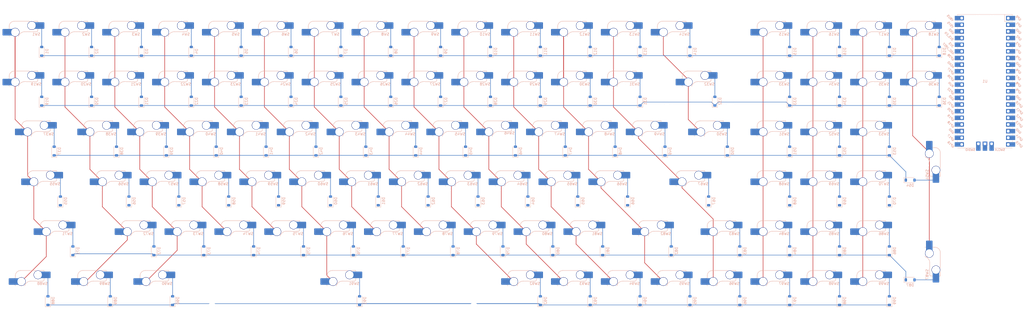
<source format=kicad_pcb>
(kicad_pcb (version 20240108) (generator "pcbnew") (generator_version "8.0")
  (layers (0 "F.Cu" signal) (31 "B.Cu" signal) (34 "B.Paste" user) (35 "F.Paste" user) (36 "B.SilkS" user "B.Silkscreen") (37 "F.SilkS" user "F.Silkscreen") (38 "B.Mask" user) (39 "F.Mask" user) (44 "Edge.Cuts" user))
  (net 0 "")
  (net 1 "Net-(D1-A)")
  (net 2 "R0")
  (net 3 "Net-(D2-A)")
  (net 4 "Net-(D3-A)")
  (net 5 "Net-(D4-A)")
  (net 6 "Net-(D5-A)")
  (net 7 "Net-(D6-A)")
  (net 8 "Net-(D7-A)")
  (net 9 "Net-(D8-A)")
  (net 10 "Net-(D9-A)")
  (net 11 "Net-(D10-A)")
  (net 12 "Net-(D11-A)")
  (net 13 "Net-(D12-A)")
  (net 14 "Net-(D13-A)")
  (net 15 "Net-(D14-A)")
  (net 16 "Net-(D15-A)")
  (net 17 "Net-(D16-A)")
  (net 18 "Net-(D17-A)")
  (net 19 "Net-(D18-A)")
  (net 20 "Net-(D19-A)")
  (net 21 "R1")
  (net 22 "Net-(D20-A)")
  (net 23 "Net-(D21-A)")
  (net 24 "Net-(D22-A)")
  (net 25 "Net-(D23-A)")
  (net 26 "Net-(D24-A)")
  (net 27 "Net-(D25-A)")
  (net 28 "Net-(D26-A)")
  (net 29 "Net-(D27-A)")
  (net 30 "Net-(D28-A)")
  (net 31 "Net-(D29-A)")
  (net 32 "Net-(D30-A)")
  (net 33 "Net-(D31-A)")
  (net 34 "Net-(D32-A)")
  (net 35 "Net-(D33-A)")
  (net 36 "Net-(D34-A)")
  (net 37 "Net-(D35-A)")
  (net 38 "Net-(D36-A)")
  (net 39 "Net-(D37-A)")
  (net 40 "R2")
  (net 41 "Net-(D38-A)")
  (net 42 "Net-(D39-A)")
  (net 43 "Net-(D40-A)")
  (net 44 "Net-(D41-A)")
  (net 45 "Net-(D42-A)")
  (net 46 "Net-(D43-A)")
  (net 47 "Net-(D44-A)")
  (net 48 "Net-(D45-A)")
  (net 49 "Net-(D46-A)")
  (net 50 "Net-(D47-A)")
  (net 51 "Net-(D48-A)")
  (net 52 "Net-(D49-A)")
  (net 53 "Net-(D50-A)")
  (net 54 "Net-(D51-A)")
  (net 55 "Net-(D52-A)")
  (net 56 "Net-(D53-A)")
  (net 57 "Net-(D54-A)")
  (net 58 "Net-(D55-A)")
  (net 59 "R3")
  (net 60 "Net-(D56-A)")
  (net 61 "Net-(D57-A)")
  (net 62 "Net-(D58-A)")
  (net 63 "Net-(D59-A)")
  (net 64 "Net-(D60-A)")
  (net 65 "Net-(D61-A)")
  (net 66 "Net-(D62-A)")
  (net 67 "Net-(D63-A)")
  (net 68 "Net-(D64-A)")
  (net 69 "Net-(D65-A)")
  (net 70 "Net-(D66-A)")
  (net 71 "Net-(D67-A)")
  (net 72 "Net-(D68-A)")
  (net 73 "Net-(D69-A)")
  (net 74 "Net-(D70-A)")
  (net 75 "Net-(D71-A)")
  (net 76 "R4")
  (net 77 "Net-(D72-A)")
  (net 78 "Net-(D73-A)")
  (net 79 "Net-(D74-A)")
  (net 80 "Net-(D75-A)")
  (net 81 "Net-(D76-A)")
  (net 82 "Net-(D77-A)")
  (net 83 "Net-(D78-A)")
  (net 84 "Net-(D79-A)")
  (net 85 "Net-(D80-A)")
  (net 86 "Net-(D81-A)")
  (net 87 "Net-(D82-A)")
  (net 88 "Net-(D83-A)")
  (net 89 "Net-(D84-A)")
  (net 90 "Net-(D85-A)")
  (net 91 "Net-(D86-A)")
  (net 92 "Net-(D87-A)")
  (net 93 "Net-(D88-A)")
  (net 94 "R5")
  (net 95 "Net-(D89-A)")
  (net 96 "Net-(D90-A)")
  (net 97 "Net-(D91-A)")
  (net 98 "Net-(D92-A)")
  (net 99 "Net-(D93-A)")
  (net 100 "Net-(D94-A)")
  (net 101 "Net-(D95-A)")
  (net 102 "Net-(D96-A)")
  (net 103 "Net-(D97-A)")
  (net 104 "Net-(D98-A)")
  (net 105 "Net-(D99-A)")
  (net 106 "C0")
  (net 107 "C1")
  (net 108 "C2")
  (net 109 "C3")
  (net 110 "C4")
  (net 111 "C5")
  (net 112 "C6")
  (net 113 "C7")
  (net 114 "C8")
  (net 115 "C9")
  (net 116 "C10")
  (net 117 "C11")
  (net 118 "C12")
  (net 119 "C13")
  (net 120 "C14")
  (net 121 "C15")
  (net 122 "C17")
  (net 123 "C18")
  (footprint "PCM_marbastlib-mx:SW_MX_HS_CPG151101S11_1u" (layer "B.Cu") (at 335.75625 57.15 180)
    (property "Reference" "SW15")
    (property "Value" "SW_Push")
  )
  (footprint "PCM_marbastlib-mx:SW_MX_HS_CPG151101S11_1u" (layer "B.Cu") (at 354.80625 76.2 180)
    (property "Reference" "SW34")
    (property "Value" "SW_Push")
  )
  (footprint "Diode_SMD:D_SOD-123" (layer "B.Cu") (at 304.00625 157.1625 90)
    (property "Reference" "D95")
    (property "Value" "D_Small")
  )
  (footprint "Diode_SMD:D_SOD-123" (layer "B.Cu") (at 284.95625 61.9125 90)
    (property "Reference" "D13")
    (property "Value" "D_Small")
  )
  (footprint "PCM_marbastlib-mx:SW_MX_HS_CPG151101S11_1u" (layer "B.Cu") (at 221.45625 76.2 180)
    (property "Reference" "SW28")
    (property "Value" "SW_Push")
  )
  (footprint "PCM_marbastlib-mx:SW_MX_HS_CPG151101S11_1u" (layer "B.Cu") (at 354.80625 133.35 180)
    (property "Reference" "SW85")
    (property "Value" "SW_Push")
  )
  (footprint "PCM_marbastlib-mx:SW_MX_HS_CPG151101S11_1u" (layer "B.Cu") (at 171.45 152.4 180)
    (property "Reference" "SW91")
    (property "Value" "SW_Push")
  )
  (footprint "Diode_SMD:D_SOD-123" (layer "B.Cu") (at 132.55625 61.9125 90)
    (property "Reference" "D5")
    (property "Value" "D_Small")
  )
  (footprint "Diode_SMD:D_SOD-123" (layer "B.Cu") (at 151.60625 80.9625 90)
    (property "Reference" "D24")
    (property "Value" "D_Small")
  )
  (footprint "Diode_SMD:D_SOD-123" (layer "B.Cu") (at 227.80625 80.9625 90)
    (property "Reference" "D28")
    (property "Value" "D_Small")
  )
  (footprint "Diode_SMD:D_SOD-123" (layer "B.Cu") (at 94.45625 80.9625 90)
    (property "Reference" "D21")
    (property "Value" "D_Small")
  )
  (footprint "Diode_SMD:D_SOD-123" (layer "B.Cu") (at 166.6875 119.0625 90)
    (property "Reference" "D60")
    (property "Value" "D_Small")
  )
  (footprint "Diode_SMD:D_SOD-123" (layer "B.Cu") (at 265.90625 61.9125 90)
    (property "Reference" "D12")
    (property "Value" "D_Small")
  )
  (footprint "Diode_SMD:D_SOD-123" (layer "B.Cu") (at 380.20625 100.0125 90)
    (property "Reference" "D53")
    (property "Value" "D_Small")
  )
  (footprint "Diode_SMD:D_SOD-123" (layer "B.Cu") (at 218.28125 100.0125 90)
    (property "Reference" "D45")
    (property "Value" "D_Small")
  )
  (footprint "PCM_marbastlib-mx:SW_MX_HS_CPG151101S11_1.25u" (layer "B.Cu") (at 100.0125 152.4 180)
    (property "Reference" "SW90")
    (property "Value" "SW_Push")
  )
  (footprint "PCM_marbastlib-mx:SW_MX_HS_CPG151101S11_1u" (layer "B.Cu") (at 69.05625 57.15 180)
    (property "Reference" "SW2")
    (property "Value" "SW_Push")
  )
  (footprint "PCM_marbastlib-mx:SW_MX_HS_CPG151101S11_1u" (layer "B.Cu") (at 335.75625 133.35 180)
    (property "Reference" "SW84")
    (property "Value" "SW_Push")
  )
  (footprint "PCM_marbastlib-mx:SW_MX_HS_CPG151101S11_1u" (layer "B.Cu") (at 240.50625 76.2 180)
    (property "Reference" "SW29")
    (property "Value" "SW_Push")
  )
  (footprint "PCM_marbastlib-mx:SW_MX_HS_CPG151101S11_1u" (layer "B.Cu") (at 278.60625 57.15 180)
    (property "Reference" "SW13")
    (property "Value" "SW_Push")
  )
  (footprint "PCM_marbastlib-mx:SW_MX_HS_CPG151101S11_1u" (layer "B.Cu") (at 183.35625 76.2 180)
    (property "Reference" "SW26")
    (property "Value" "SW_Push")
  )
  (footprint "Diode_SMD:D_SOD-123" (layer "B.Cu") (at 113.50625 80.9625 90)
    (property "Reference" "D22")
    (property "Value" "D_Small")
  )
  (footprint "PCM_marbastlib-mx:SW_MX_HS_CPG151101S11_1u" (layer "B.Cu") (at 226.21875 133.35 180)
    (property "Reference" "SW79")
    (property "Value" "SW_Push")
  )
  (footprint "Diode_SMD:D_SOD-123" (layer "B.Cu") (at 99.21875 138.1125 90)
    (property "Reference" "D72")
    (property "Value" "D_Small")
  )
  (footprint "Diode_SMD:D_SOD-123" (layer "B.Cu") (at 270.66875 138.1125 90)
    (property "Reference" "D81")
    (property "Value" "D_Small")
  )
  (footprint "PCM_marbastlib-mx:SW_MX_HS_CPG151101S11_1u" (layer "B.Cu") (at 107.15625 76.2 180)
    (property "Reference" "SW22")
    (property "Value" "SW_Push")
  )
  (footprint "PCM_marbastlib-mx:SW_MX_HS_CPG151101S11_1u" (layer "B.Cu") (at 392.90625 57.15 180)
    (property "Reference" "SW18")
    (property "Value" "SW_Push")
  )
  (footprint "MCU_RaspberryPi_and_Boards:RPi_Pico_SMD_TH" (layer "B.Cu") (at 416.71875 73.3575 180)
    (property "Reference" "U1")
    (property "Value" "Pico")
  )
  (footprint "Diode_SMD:D_SOD-123" (layer "B.Cu") (at 113.50625 61.9125 90)
    (property "Reference" "D4")
    (property "Value" "D_Small")
  )
  (footprint "Diode_SMD:D_SOD-123" (layer "B.Cu") (at 61.11875 100.0125 90)
    (property "Reference" "D37")
    (property "Value" "D_Small")
  )
  (footprint "PCM_marbastlib-mx:STAB_MX_2.25u" (layer "B.Cu") (at 304.8 114.3 180)
    (property "Reference" "REF**" (hide yes))
    (property "Value" "STAB_MX_2.25u")
  )
  (footprint "PCM_marbastlib-mx:SW_MX_HS_CPG151101S11_1u" (layer "B.Cu") (at 335.75625 152.4 180)
    (property "Reference" "SW97")
    (property "Value" "SW_Push")
  )
  (footprint "Diode_SMD:D_SOD-123" (layer "B.Cu") (at 361.15625 157.1625 90)
    (property "Reference" "D98")
    (property "Value" "D_Small")
  )
  (footprint "Diode_SMD:D_SOD-123" (layer "B.Cu") (at 296.8625 138.1125 90)
    (property "Reference" "D82")
    (property "Value" "D_Small")
  )
  (footprint "Diode_SMD:D_SOD-123" (layer "B.Cu") (at 313.53125 80.9625 90)
    (property "Reference" "D32")
    (property "Value" "D_Small")
  )
  (footprint "PCM_marbastlib-mx:SW_MX_HS_CPG151101S11_1u" (layer "B.Cu") (at 97.63125 95.25 180)
    (property "Reference" "SW39")
    (property "Value" "SW_Push")
  )
  (footprint "PCM_marbastlib-mx:SW_MX_HS_CPG151101S11_1u" (layer "B.Cu") (at 183.35625 57.15 180)
    (property "Reference" "SW8")
    (property "Value" "SW_Push")
  )
  (footprint "Diode_SMD:D_SOD-123" (layer "B.Cu") (at 189.70625 80.9625 90)
    (property "Reference" "D26")
    (property "Value" "D_Small")
  )
  (footprint "PCM_marbastlib-mx:SW_MX_HS_CPG151101S11_1u" (layer "B.Cu") (at 169.06875 133.35 180)
    (property "Reference" "SW76")
    (property "Value" "SW_Push")
  )
  (footprint "Diode_SMD:D_SOD-123" (layer "B.Cu") (at 323.05625 138.1125 90)
    (property "Reference" "D83")
    (property "Value" "D_Small")
  )
  (footprint "Diode_SMD:D_SOD-123" (layer "B.Cu") (at 103.98125 100.0125 90)
    (property "Reference" "D39")
    (property "Value" "D_Small")
  )
  (footprint "PCM_marbastlib-mx:SW_MX_HS_CPG151101S11_1u" (layer "B.Cu") (at 373.85625 114.3 180)
    (property "Reference" "SW70")
    (property "Value" "SW_Push")
  )
  (footprint "PCM_marbastlib-mx:SW_MX_HS_CPG151101S11_1u" (layer "B.Cu") (at 154.78125 95.25 180)
    (property "Reference" "SW42")
    (property "Value" "SW_Push")
  )
  (footprint "Diode_SMD:D_SOD-123" (layer "B.Cu") (at 342.10625 157.1625 90)
    (property "Reference" "D97")
    (property "Value" "D_Small")
  )
  (footprint "Diode_SMD:D_SOD-123" (layer "B.Cu") (at 280.19375 119.0625 90)
    (property "Reference" "D66")
    (property "Value" "D_Small")
  )
  (footprint "PCM_marbastlib-mx:SW_MX_HS_CPG151101S11_1u" (layer "B.Cu") (at 240.50625 57.15 180)
    (property "Reference" "SW11")
    (property "Value" "SW_Push")
  )
  (footprint "Diode_SMD:D_SOD-123" (layer "B.Cu") (at 175.41875 138.1125 90)
    (property "Reference" "D76")
    (property "Value" "D_Small")
  )
  (footprint "Diode_SMD:D_SOD-123" (layer "B.Cu") (at 342.10625 61.9125 90)
    (property "Reference" "D15")
    (property "Value" "D_Small")
  )
  (footprint "PCM_marbastlib-mx:SW_MX_HS_CPG151101S11_1u" (layer "B.Cu") (at 126.20625 76.2 180)
    (property "Reference" "SW23")
    (property "Value" "SW_Push")
  )
  (footprint "Diode_SMD:D_SOD-123" (layer "B.Cu") (at 170.65625 61.9125 90)
    (property "Reference" "D7")
    (property "Value" "D_Small")
  )
  (footprint "PCM_marbastlib-mx:SW_MX_HS_CPG151101S11_1u" (layer "B.Cu") (at 50.00625 57.15 180)
    (property "Reference" "SW1")
    (property "Value" "SW_Push")
  )
  (footprint "Diode_SMD:D_SOD-123" (layer "B.Cu") (at 184.94375 119.0625 90)
    (property "Reference" "D61")
    (property "Value" "D_Small")
  )
  (footprint "Diode_SMD:D_SOD-123" (layer "B.Cu") (at 294.48125 100.0125 90)
    (property "Reference" "D49")
    (property "Value" "D_Small")
  )
  (footprint "PCM_marbastlib-mx:SW_MX_HS_CPG151101S11_1u" (layer "B.Cu") (at 145.25625 57.15 180)
    (property "Reference" "SW6")
    (property "Value" "SW_Push")
  )
  (footprint "Diode_SMD:D_SOD-123" (layer "B.Cu") (at 361.15625 119.0625 90)
    (property "Reference" "D69")
    (property "Value" "D_Small")
  )
  (footprint "Diode_SMD:D_SOD-123" (layer "B.Cu") (at 68.2625 138.1125 90)
    (property "Reference" "D71")
    (property "Value" "D_Small")
  )
  (footprint "Diode_SMD:D_SOD-123" (layer "B.Cu") (at 388.14375 149.225)
    (property "Reference" "D87")
    (property "Value" "D_Small")
  )
  (footprint "PCM_marbastlib-mx:SW_MX_HS_CPG151101S11_1u" (layer "B.Cu") (at 373.85625 95.25 180)
    (property "Reference" "SW53")
    (property "Value" "SW_Push")
  )
  (footprint "Diode_SMD:D_SOD-123" (layer "B.Cu") (at 194.46875 138.1125 90)
    (property "Reference" "D77")
    (property "Value" "D_Small")
  )
  (footprint "PCM_marbastlib-mx:SW_MX_HS_CPG151101S11_1u" (layer "B.Cu") (at 335.75625 95.25 180)
    (property "Reference" "SW51")
    (property "Value" "SW_Push")
  )
  (footprint "Diode_SMD:D_SOD-123" (layer "B.Cu") (at 75.40625 80.9625 90)
    (property "Reference" "D20")
    (property "Value" "D_Small")
  )
  (footprint "Diode_SMD:D_SOD-123" (layer "B.Cu") (at 256.38125 100.0125 90)
    (property "Reference" "D47")
    (property "Value" "D_Small")
  )
  (footprint "PCM_marbastlib-mx:SW_MX_HS_CPG151101S11_1u" (layer "B.Cu") (at 197.64375 114.3 180)
    (property "Reference" "SW62")
    (property "Value" "SW_Push")
  )
  (footprint "PCM_marbastlib-mx:SW_MX_HS_CPG151101S11_1u" (layer "B.Cu") (at 92.86875 133.35 180)
    (property "Reference" "SW72")
    (property "Value" "SW_Push")
  )
  (footprint "Diode_SMD:D_SOD-123" (layer "B.Cu") (at 56.35625 61.9125 90)
    (property "Reference" "D1")
    (property "Value" "D_Small")
  )
  (footprint "Diode_SMD:D_SOD-123" (layer "B.Cu") (at 265.90625 80.9625 90)
    (property "Reference" "D30")
    (property "Value" "D_Small")
  )
  (footprint "Diode_SMD:D_SOD-123" (layer "B.Cu") (at 342.10625 138.1125 90)
    (property "Reference" "D84")
    (property "Value" "D_Small")
  )
  (footprint "PCM_marbastlib-mx:SW_MX_HS_CPG151101S11_1u" (layer "B.Cu") (at 78.58125 95.25 180)
    (property "Reference" "SW38")
    (property "Value" "SW_Push")
  )
  (footprint "PCM_marbastlib-mx:SW_MX_HS_CPG151101S11_1u" (layer "B.Cu") (at 354.80625 152.4 180)
    (property "Reference" "SW98")
    (property "Value" "SW_Push")
  )
  (footprint "PCM_marbastlib-mx:SW_MX_HS_CPG151101S11_1u" (layer "B.Cu") (at 126.20625 57.15 180)
    (property "Reference" "SW5")
    (property "Value" "SW_Push")
  )
  (footprint "PCM_marbastlib-mx:SW_MX_HS_CPG151101S11_1u" (layer "B.Cu") (at 304.8 114.3 180)
    (property "Reference" "SW67")
    (property "Value" "SW_Push")
  )
  (footprint "PCM_marbastlib-mx:SW_MX_HS_CPG151101S11_1u" (layer "B.Cu") (at 316.70625 133.35 180)
    (property "Reference" "SW83")
    (property "Value" "SW_Push")
  )
  (footprint "PCM_marbastlib-mx:SW_MX_HS_CPG151101S11_1u" (layer "B.Cu") (at 192.88125 95.25 180)
    (property "Reference" "SW44")
    (property "Value" "SW_Push")
  )
  (footprint "PCM_marbastlib-mx:SW_MX_HS_CPG151101S11_1u" (layer "B.Cu") (at 202.40625 76.2 180)
    (property "Reference" "SW27")
    (property "Value" "SW_Push")
  )
  (footprint "Diode_SMD:D_SOD-123" (layer "B.Cu") (at 246.85625 157.1625 90)
    (property "Reference" "D92")
    (property "Value" "D_Small")
  )
  (footprint "PCM_marbastlib-mx:SW_MX_HS_CPG151101S11_1u" (layer "B.Cu") (at 373.85625 133.35 180)
    (property "Reference" "SW86")
    (property "Value" "SW_Push")
  )
  (footprint "PCM_marbastlib-mx:SW_MX_HS_CPG151101S11_1u" (layer "B.Cu") (at 164.30625 57.15 180)
    (property "Reference" "SW7")
    (property "Value" "SW_Push")
  )
  (footprint "Diode_SMD:D_SOD-123" (layer "B.Cu") (at 106.3625 157.1625 90)
    (property "Reference" "D90")
    (property "Value" "D_Small")
  )
  (footprint "Diode_SMD:D_SOD-123" (layer "B.Cu") (at 177.8 157.1625 90)
    (property "Reference" "D91")
    (property "Value" "D_Small")
  )
  (footprint "Diode_SMD:D_SOD-123" (layer "B.Cu") (at 265.90625 157.1625 90)
    (property "Reference" "D93")
    (property "Value" "D_Small")
  )
  (footprint "Diode_SMD:D_SOD-123" (layer "B.Cu") (at 304.00625 61.9125 90)
    (property "Reference" "D14")
    (property "Value" "D_Small")
  )
  (footprint "PCM_marbastlib-mx:SW_MX_HS_CPG151101S11_1u" (layer "B.Cu") (at 164.30625 76.2 180)
    (property "Reference" "SW25")
    (property "Value" "SW_Push")
  )
  (footprint "PCM_marbastlib-mx:SW_MX_HS_CPG151101S11_1u" (layer "B.Cu") (at 278.60625 152.4 180)
    (property "Reference" "SW94")
    (property "Value" "SW_Push")
  )
  (footprint "PCM_marbastlib-mx:SW_MX_HS_CPG151101S11_1u" (layer "B.Cu") (at 173.83125 95.25 180)
    (property "Reference" "SW43")
    (property "Value" "SW_Push")
  )
  (footprint "Diode_SMD:D_SOD-123" (layer "B.Cu") (at 380.20625 138.1125 90)
    (property "Reference" "D86")
    (property "Value" "D_Small")
  )
  (footprint "Diode_SMD:D_SOD-123" (layer "B.Cu") (at 284.95625 80.9625 90)
    (property "Reference" "D31")
    (property "Value" "D_Small")
  )
  (footprint "PCM_marbastlib-mx:SW_MX_HS_CPG151101S11_1u" (layer "B.Cu") (at 316.70625 152.4 180)
    (property "Reference" "SW96")
    (property "Value" "SW_Push")
  )
  (footprint "PCM_marbastlib-mx:SW_MX_HS_CPG151101S11_1u" (layer "B.Cu") (at 264.31875 133.35 180)
    (property "Reference" "SW81")
    (property "Value" "SW_Push")
  )
  (footprint "Diode_SMD:D_SOD-123" (layer "B.Cu") (at 275.43125 100.0125 90)
    (property "Reference" "D48")
    (property "Value" "D_Small")
  )
  (footprint "Diode_SMD:D_SOD-123" (layer "B.Cu") (at 56.35625 80.9625 90)
    (property "Reference" "D19")
    (property "Value" "D_Small")
  )
  (footprint "PCM_marbastlib-mx:SW_MX_HS_CPG151101S11_1u" (layer "B.Cu") (at 335.75625 76.2 180)
    (property "Reference" "SW33")
    (property "Value" "SW_Push")
  )
  (footprint "PCM_marbastlib-mx:SW_MX_HS_CPG151101S11_1u" (layer "B.Cu") (at 107.15625 57.15 180)
    (property "Reference" "SW4")
    (property "Value" "SW_Push")
  )
  (footprint "PCM_marbastlib-mx:SW_MX_HS_CPG151101S11_1u" (layer "B.Cu") (at 130.96875 133.35 180)
    (property "Reference" "SW74")
    (property "Value" "SW_Push")
  )
  (footprint "PCM_marbastlib-mx:SW_MX_HS_CPG151101S11_1u" (layer "B.Cu") (at 150.01875 133.35 180)
    (property "Reference" "SW75")
    (property "Value" "SW_Push")
  )
  (footprint "PCM_marbastlib-mx:SW_MX_HS_CPG151101S11_1u" (layer "B.Cu") (at 288.13125 95.25 180)
    (property "Reference" "SW49")
    (property "Value" "SW_Push")
  )
  (footprint "PCM_marbastlib-mx:STAB_MX_6.25u" (layer "B.Cu") (at 171.45 152.4)
    (property "Reference" "REF**" (hide yes))
    (property "Value" "STAB_MX_6.25u")
  )
  (footprint "PCM_marbastlib-mx:SW_MX_HS_CPG151101S11_1u" (layer "B.Cu") (at 392.90625 142.875 90)
    (property "Reference" "SW87")
    (property "Value" "SW_Push")
  )
  (footprint "PCM_marbastlib-mx:SW_MX_HS_CPG151101S11_1u" (layer "B.Cu") (at 278.60625 76.2 180)
    (property "Reference" "SW31")
    (property "Value" "SW_Push")
  )
  (footprint "Diode_SMD:D_SOD-123" (layer "B.Cu") (at 261.14375 119.0625 90)
    (property "Reference" "D65")
    (property "Value" "D_Small")
  )
  (footprint "PCM_marbastlib-mx:SW_MX_HS_CPG151101S11_1u" (layer "B.Cu") (at 202.40625 57.15 180)
    (property "Reference" "SW9")
    (property "Value" "SW_Push")
  )
  (footprint "Diode_SMD:D_SOD-123" (layer "B.Cu") (at 342.10625 119.0625 90)
    (property "Reference" "D68")
    (property "Value" "D_Small")
  )
  (footprint "Diode_SMD:D_SOD-123" (layer "B.Cu") (at 242.09375 119.0625 90)
    (property "Reference" "D64")
    (property "Value" "D_Small")
  )
  (footprint "PCM_marbastlib-mx:SW_MX_HS_CPG151101S11_1u" (layer "B.Cu") (at 373.85625 57.15 180)
    (property "Reference" "SW17")
    (property "Value" "SW_Push")
  )
  (footprint "Diode_SMD:D_SOD-123" (layer "B.Cu") (at 323.05625 157.1625 90)
    (property "Reference" "D96")
    (property "Value" "D_Small")
  )
  (footprint "Diode_SMD:D_SOD-123" (layer "B.Cu") (at 75.40625 61.9125 90)
    (property "Reference" "D2")
    (property "Value" "D_Small")
  )
  (footprint "PCM_marbastlib-mx:STAB_MX_2u" (layer "B.Cu") (at 392.90625 142.875 90)
    (property "Reference" "REF**" (hide yes))
    (property "Value" "STAB_MX_2u")
  )
  (footprint "Diode_SMD:D_SOD-123" (layer "B.Cu") (at 380.20625 80.9625 90)
    (property "Reference" "D35")
    (property "Value" "D_Small")
  )
  (footprint "Diode_SMD:D_SOD-123" (layer "B.Cu") (at 108.74375 119.0625 90)
    (property "Reference" "D57")
    (property "Value" "D_Small")
  )
  (footprint "Diode_SMD:D_SOD-123" (layer "B.Cu") (at 246.85625 61.9125 90)
    (property "Reference" "D11")
    (property "Value" "D_Small")
  )
  (footprint "Diode_SMD:D_SOD-123" (layer "B.Cu") (at 63.5 119.0625 90)
    (property "Reference" "D55")
    (property "Value" "D_Small")
  )
  (footprint "Diode_SMD:D_SOD-123" (layer "B.Cu") (at 189.70625 61.9125 90)
    (property "Reference" "D8")
    (property "Value" "D_Small")
  )
  (footprint "Diode_SMD:D_SOD-123" (layer "B.Cu") (at 137.31875 138.1125 90)
    (property "Reference" "D74")
    (property "Value" "D_Small")
  )
  (footprint "Diode_SMD:D_SOD-123" (layer "B.Cu") (at 388.14375 111.125)
    (property "Reference" "D54")
    (property "Value" "D_Small")
  )
  (footprint "Diode_SMD:D_SOD-123" (layer "B.Cu") (at 399.25625 61.9125 90)
    (property "Reference" "D18")
    (property "Value" "D_Small")
  )
  (footprint "Diode_SMD:D_SOD-123" (layer "B.Cu") (at 380.20625 119.0625 90)
    (property "Reference" "D70")
    (property "Value" "D_Small")
  )
  (footprint "PCM_marbastlib-mx:SW_MX_HS_CPG151101S11_1.75u" (layer "B.Cu") (at 290.5125 133.35 180)
    (property "Reference" "SW82")
    (property "Value" "SW_Push")
  )
  (footprint "PCM_marbastlib-mx:SW_MX_HS_CPG151101S11_1u" (layer "B.Cu") (at 121.44375 114.3 180)
    (property "Reference" "SW58")
    (property "Value" "SW_Push")
  )
  (footprint "Diode_SMD:D_SOD-123" (layer "B.Cu") (at 223.04375 119.0625 90)
    (property "Reference" "D63")
    (property "Value" "D_Small")
  )
  (footprint "Diode_SMD:D_SOD-123" (layer "B.Cu") (at 213.51875 138.1125 90)
    (property "Reference" "D78")
    (property "Value" "D_Small")
  )
  (footprint "Diode_SMD:D_SOD-123" (layer "B.Cu") (at 311.15 119.0625 90)
    (property "Reference" "D67")
    (property "Value" "D_Small")
  )
  (footprint "PCM_marbastlib-mx:SW_MX_HS_CPG151101S11_1u" (layer "B.Cu") (at 216.69375 114.3 180)
    (property "Reference" "SW63")
    (property "Value" "SW_Push")
  )
  (footprint "PCM_marbastlib-mx:SW_MX_HS_CPG151101S11_1.75u" (layer "B.Cu") (at 57.15 114.3 180)
    (property "Reference" "SW55")
    (property "Value" "SW_Push")
  )
  (footprint "Diode_SMD:D_SOD-123" (layer "B.Cu") (at 84.93125 100.0125 90)
    (property "Reference" "D38")
    (property "Value" "D_Small")
  )
  (footprint "Diode_SMD:D_SOD-123" (layer "B.Cu") (at 284.95625 157.1625 90)
    (property "Reference" "D94")
    (property "Value" "D_Small")
  )
  (footprint "PCM_marbastlib-mx:SW_MX_HS_CPG151101S11_1u" (layer "B.Cu") (at 159.54375 114.3 180)
    (property "Reference" "SW60")
    (property "Value" "SW_Push")
  )
  (footprint "PCM_marbastlib-mx:SW_MX_HS_CPG151101S11_1u" (layer "B.Cu") (at 254.79375 114.3 180)
    (property "Reference" "SW65")
    (property "Value" "SW_Push")
  )
  (footprint "PCM_marbastlib-mx:SW_MX_HS_CPG151101S11_1u" (layer "B.Cu") (at 250.03125 95.25 180)
    (property "Reference" "SW47")
    (property "Value" "SW_Push")
  )
  (footprint "PCM_marbastlib-mx:SW_MX_HS_CPG151101S11_1u" (layer "B.Cu") (at 259.55625 57.15 180)
    (property "Reference" "SW12")
    (property "Value" "SW_Push")
  )
  (footprint "Diode_SMD:D_SOD-123" (layer "B.Cu") (at 380.20625 157.1625 90)
    (property "Reference" "D99")
    (property "Value" "D_Small")
  )
  (footprint "Diode_SMD:D_SOD-123" (layer "B.Cu") (at 318.29375 100.0125 90)
    (property "Reference" "D50")
    (property "Value" "D_Small")
  )
  (footprint "Diode_SMD:D_SOD-123" (layer "B.Cu") (at 94.45625 61.9125 90)
    (property "Reference" "D3")
    (property "Value" "D_Small")
  )
  (footprint "PCM_marbastlib-mx:STAB_MX_2u" (layer "B.Cu") (at 307.18125 76.2)
    (property "Reference" "REF**" (hide yes))
    (property "Value" "STAB_MX_2u")
  )
  (footprint "Diode_SMD:D_SOD-123" (layer "B.Cu") (at 342.10625 100.0125 90)
    (property "Reference" "D51")
    (property "Value" "D_Small")
  )
  (footprint "PCM_marbastlib-mx:SW_MX_HS_CPG151101S11_1u" (layer "B.Cu") (at 273.84375 114.3 180)
    (property "Reference" "SW66")
    (property "Value" "SW_Push")
  )
  (footprint "PCM_marbastlib-mx:STAB_MX_2u" (layer "B.Cu") (at 392.90625 104.775 90)
    (property "Reference" "REF**" (hide yes))
    (property "Value" "STAB_MX_2u")
  )
  (footprint "Diode_SMD:D_SOD-123" (layer "B.Cu") (at 58.7375 157.1625 90)
    (property "Reference" "D88")
    (property "Value" "D_Small")
  )
  (footprint "PCM_marbastlib-mx:SW_MX_HS_CPG151101S11_1u" (layer "B.Cu") (at 145.25625 76.2 180)
    (property "Reference" "SW24")
    (property "Value" "SW_Push")
  )
  (footprint "PCM_marbastlib-mx:SW_MX_HS_CPG151101S11_1u" (layer "B.Cu") (at 240.50625 152.4 180)
    (property "Reference" "SW92")
    (property "Value" "SW_Push")
  )
  (footprint "PCM_marbastlib-mx:SW_MX_HS_CPG151101S11_1u" (layer "B.Cu") (at 88.10625 57.15 180)
    (property "Reference" "SW3")
    (property "Value" "SW_Push")
  )
  (footprint "Diode_SMD:D_SOD-123" (layer "B.Cu") (at 361.15625 100.0125 90)
    (property "Reference" "D52")
    (property "Value" "D_Small")
  )
  (footprint "PCM_marbastlib-mx:SW_MX_HS_CPG151101S11_1u" (layer "B.Cu") (at 297.65625 57.15 180)
    (property "Reference" "SW14")
    (property "Value" "SW_Push")
  )
  (footprint "Diode_SMD:D_SOD-123" (layer "B.Cu") (at 146.84375 119.0625 90)
    (property "Reference" "D59")
    (property "Value" "D_Small")
  )
  (footprint "PCM_marbastlib-mx:SW_MX_HS_CPG151101S11_1u" (layer "B.Cu") (at 230.98125 95.25 180)
    (property "Reference" "SW46")
    (property "Value" "SW_Push")
  )
  (footprint "PCM_marbastlib-mx:SW_MX_HS_CPG151101S11_1u" (layer "B.Cu") (at 373.85625 152.4 180)
    (property "Reference" "SW99")
    (property "Value" "SW_Push")
  )
  (footprint "PCM_marbastlib-mx:SW_MX_HS_CPG151101S11_1u" (layer "B.Cu") (at 83.34375 114.3 180)
    (property "Reference" "SW56")
    (property "Value" "SW_Push")
  )
  (footprint "PCM_marbastlib-mx:SW_MX_HS_CPG151101S11_1u" (layer "B.Cu") (at 259.55625 76.2 180)
    (property "Reference" "SW30")
    (property "Value" "SW_Push")
  )
  (footprint "PCM_marbastlib-mx:SW_MX_HS_CPG151101S11_1u" (layer "B.Cu") (at 102.39375 114.3 180)
    (property "Reference" "SW57")
    (property "Value" "SW_Push")
  )
  (footprint "PCM_marbastlib-mx:SW_MX_HS_CPG151101S11_1u" (layer "B.Cu") (at 188.11875 133.35 180)
    (property "Reference" "SW77")
    (property "Value" "SW_Push")
  )
  (footprint "Diode_SMD:D_SOD-123" (layer "B.Cu") (at 161.13125 100.0125 90)
    (property "Reference" "D42")
    (property "Value" "D_Small")
  )
  (footprint "Diode_SMD:D_SOD-123" (layer "B.Cu") (at 399.25625 80.9625 90)
    (property "Reference" "D36")
    (property "Value" "D_Small")
  )
  (footprint "PCM_marbastlib-mx:SW_MX_HS_CPG151101S11_1u" (layer "B.Cu") (at 221.45625 57.15 180)
    (property "Reference" "SW10")
    (property "Value" "SW_Push")
  )
  (footprint "PCM_marbastlib-mx:SW_MX_HS_CPG151101S11_1u" (layer "B.Cu") (at 116.68125 95.25 180)
    (property "Reference" "SW40")
    (property "Value" "SW_Push")
  )
  (footprint "Diode_SMD:D_SOD-123" (layer "B.Cu") (at 89.69375 119.0625 90)
    (property "Reference" "D56")
    (property "Value" "D_Small")
  )
  (footprint "PCM_marbastlib-mx:SW_MX_HS_CPG151101S11_1.25u" (layer "B.Cu") (at 76.2 152.4 180)
    (property "Reference" "SW89")
    (property "Value" "SW_Push")
  )
  (footprint "Diode_SMD:D_SOD-123" (layer "B.Cu") (at 380.20625 61.9125 90)
    (property "Reference" "D17")
    (property "Value" "D_Small")
  )
  (footprint "PCM_marbastlib-mx:SW_MX_HS_CPG151101S11_1u" (layer "B.Cu") (at 335.75625 114.3 180)
    (property "Reference" "SW68")
    (property "Value" "SW_Push")
  )
  (footprint "Diode_SMD:D_SOD-123" (layer "B.Cu") (at 246.85625 80.9625 90)
    (property "Reference" "D29")
    (property "Value" "D_Small")
  )
  (footprint "Diode_SMD:D_SOD-123" (layer "B.Cu") (at 127.79375 119.0625 90)
    (property "Reference" "D58")
    (property "Value" "D_Small")
  )
  (footprint "Diode_SMD:D_SOD-123" (layer "B.Cu") (at 156.36875 138.1125 90)
    (property "Reference" "D75")
    (property "Value" "D_Small")
  )
  (footprint "Diode_SMD:D_SOD-123" (layer "B.Cu") (at 208.75625 80.9625 90)
    (property "Reference" "D27")
    (property "Value" "D_Small")
  )
  (footprint "PCM_marbastlib-mx:SW_MX_HS_CPG151101S11_1u" (layer "B.Cu") (at 354.80625 57.15 180)
    (property "Reference" "SW16")
    (property "Value" "SW_Push")
  )
  (footprint "Diode_SMD:D_SOD-123" (layer "B.Cu") (at 251.61875 138.1125 90)
    (property "Reference" "D80")
    (property "Value" "D_Small")
  )
  (footprint "PCM_marbastlib-mx:STAB_MX_2.25u" (layer "B.Cu") (at 61.9125 133.35 180)
    (property "Reference" "REF**" (hide yes))
    (property "Value" "STAB_MX_2.25u")
  )
  (footprint "Diode_SMD:D_SOD-123" (layer "B.Cu") (at 203.99375 119.0625 90)
    (property "Reference" "D62")
    (property "Value" "D_Small")
  )
  (footprint "Diode_SMD:D_SOD-123" (layer "B.Cu") (at 180.18125 100.0125 90)
    (property "Reference" "D43")
    (property "Value" "D_Small")
  )
  (footprint "PCM_marbastlib-mx:SW_MX_HS_CPG151101S11_1u" (layer "B.Cu") (at 235.74375 114.3 180)
    (property "Reference" "SW64")
    (property "Value" "SW_Push")
  )
  (footprint "Diode_SMD:D_SOD-123" (layer "B.Cu") (at 123.03125 100.0125 90)
    (property "Reference" "D40")
    (property "Value" "D_Small")
  )
  (footprint "PCM_marbastlib-mx:SW_MX_HS_CPG151101S11_1u" (layer "B.Cu") (at 392.90625 104.775 90)
    (property "Reference" "SW54")
    (property "Value" "SW_Push")
  )
  (footprint "PCM_marbastlib-mx:SW_MX_HS_CPG151101S11_1u" (layer "B.Cu") (at 245.26875 133.35 180)
    (property "Reference" "SW80")
    (property "Value" "SW_Push")
  )
  (footprint "Diode_SMD:D_SOD-123" (layer "B.Cu") (at 342.10625 80.9625 90)
    (property "Reference" "D33")
    (property "Value" "D_Small")
  )
  (footprint "PCM_marbastlib-mx:SW_MX_HS_CPG151101S11_1u" (layer "B.Cu") (at 178.59375 114.3 180)
    (property "Reference" "SW61")
    (property "Value" "SW_Push")
  )
  (footprint "PCM_marbastlib-mx:SW_MX_HS_CPG151101S11_1u" (layer "B.Cu") (at 211.93125 95.25 180)
    (property "Reference" "SW45")
    (property "Value" "SW_Push")
  )
  (footprint "Diode_SMD:D_SOD-123" (layer "B.Cu") (at 132.55625 80.9625 90)
    (property "Reference" "D23")
    (property "Value" "D_Small")
  )
  (footprint "Diode_SMD:D_SOD-123" (layer "B.Cu") (at 82.55 157.1625 90)
    (property "Reference" "D89")
    (property "Value" "D_Small")
  )
  (footprint "PCM_marbastlib-mx:SW_MX_HS_CPG151101S11_1u" (layer "B.Cu") (at 61.9125 133.35 180)
    (property "Reference" "SW71")
    (property "Value" "SW_Push")
  )
  (footprint "Diode_SMD:D_SOD-123" (layer "B.Cu") (at 118.26875 138.1125 90)
    (property "Reference" "D73")
    (property "Value" "D_Small")
  )
  (footprint "PCM_marbastlib-mx:SW_MX_HS_CPG151101S11_1u" (layer "B.Cu") (at 307.18125 76.2 180)
    (property "Reference" "SW32")
    (property "Value" "SW_Push")
  )
  (footprint "Diode_SMD:D_SOD-123" (layer "B.Cu") (at 361.15625 61.9125 90)
    (property "Reference" "D16")
    (property "Value" "D_Small")
  )
  (footprint "Diode_SMD:D_SOD-123" (layer "B.Cu") (at 170.65625 80.9625 90)
    (property "Reference" "D25")
    (property "Value" "D_Small")
  )
  (footprint "Diode_SMD:D_SOD-123" (layer "B.Cu") (at 142.08125 100.0125 90)
    (property "Reference" "D41")
    (property "Value" "D_Small")
  )
  (footprint "PCM_marbastlib-mx:SW_MX_HS_CPG151101S11_1u" (layer "B.Cu") (at 354.80625 95.25 180)
    (property "Reference" "SW52")
    (property "Value" "SW_Push")
  )
  (footprint "PCM_marbastlib-mx:SW_MX_HS_CPG151101S11_1u" (layer "B.Cu") (at 69.05625 76.2 180)
    (property "Reference" "SW20")
    (property "Value" "SW_Push")
  )
  (footprint "PCM_marbastlib-mx:SW_MX_HS_CPG151101S11_1u" (layer "B.Cu") (at 135.73125 95.25 180)
    (property "Reference" "SW41")
    (property "Value" "SW_Push")
  )
  (footprint "PCM_marbastlib-mx:SW_MX_HS_CPG151101S11_1u" (layer "B.Cu") (at 259.55625 152.4 180)
    (property "Reference" "SW93")
    (property "Value" "SW_Push")
  )
  (footprint "Diode_SMD:D_SOD-123" (layer "B.Cu") (at 361.15625 138.1125 90)
    (property "Reference" "D85")
    (property "Value" "D_Small")
  )
  (footprint "PCM_marbastlib-mx:SW_MX_HS_CPG151101S11_1u" (layer "B.Cu") (at 88.10625 76.2 180)
    (property "Reference" "SW21")
    (property "Value" "SW_Push")
  )
  (footprint "PCM_marbastlib-mx:SW_MX_HS_CPG151101S11_1u" (layer "B.Cu") (at 111.91875 133.35 180)
    (property "Reference" "SW73")
    (property "Value" "SW_Push")
  )
  (footprint "Diode_SMD:D_SOD-123" (layer "B.Cu") (at 361.15625 80.9625 90)
    (property "Reference" "D34")
    (property "Value" "D_Small")
  )
  (footprint "Diode_SMD:D_SOD-123" (layer "B.Cu") (at 227.80625 61.9125 90)
    (property "Reference" "D10")
    (property "Value" "D_Small")
  )
  (footprint "PCM_marbastlib-mx:SW_MX_HS_CPG151101S11_1u" (layer "B.Cu") (at 269.08125 95.25 180)
    (property "Reference" "SW48")
    (property "Value" "SW_Push")
  )
  (footprint "PCM_marbastlib-mx:SW_MX_HS_CPG151101S11_1u" (layer "B.Cu") (at 297.65625 152.4 180)
    (property "Reference" "SW95")
    (property "Value" "SW_Push")
  )
  (footprint "PCM_marbastlib-mx:SW_MX_HS_CPG151101S11_1.25u" (layer "B.Cu") (at 52.3875 152.4 180)
    (property "Reference" "SW88")
    (property "Value" "SW_Push")
  )
  (footprint "PCM_marbastlib-mx:SW_MX_HS_CPG151101S11_1u" (layer "B.Cu") (at 354.80625 114.3 180)
    (property "Reference" "SW69")
    (property "Value" "SW_Push")
  )
  (footprint "Diode_SMD:D_SOD-123" (layer "B.Cu") (at 151.60625 61.9125 90)
    (property "Reference" "D6")
    (property "Value" "D_Small")
  )
  (footprint "PCM_marbastlib-mx:SW_MX_HS_CPG151101S11_1.5u" (layer "B.Cu") (at 54.76875 95.25 180)
    (property "Reference" "SW37")
    (property "Value" "SW_Push")
  )
  (footprint "Diode_SMD:D_SOD-123" (layer "B.Cu") (at 237.33125 100.0125 90)
    (property "Reference" "D46")
    (property "Value" "D_Small")
  )
  (footprint "PCM_marbastlib-mx:SW_MX_HS_CPG151101S11_1u" (layer "B.Cu") (at 373.85625 76.2 180)
    (property "Reference" "SW35")
    (property "Value" "SW_Push")
  )
  (footprint "PCM_marbastlib-mx:SW_MX_HS_CPG151101S11_1u" (layer "B.Cu") (at 207.16875 133.35 180)
    (property "Reference" "SW78")
    (property "Value" "SW_Push")
  )
  (footprint "PCM_marbastlib-mx:SW_MX_HS_CPG151101S11_1u" (layer "B.Cu") (at 392.90625 76.2 180)
    (property "Reference" "SW36")
    (property "Value" "SW_Push")
  )
  (footprint "PCM_marbastlib-mx:SW_MX_HS_CPG151101S11_1u" (layer "B.Cu") (at 50.00625 76.2 180)
    (property "Reference" "SW19")
    (property "Value" "SW_Push")
  )
  (footprint "Diode_SMD:D_SOD-123" (layer "B.Cu") (at 208.75625 61.9125 90)
    (property "Reference" "D9")
    (property "Value" "D_Small")
  )
  (footprint "PCM_marbastlib-mx:SW_MX_HS_CPG151101S11_1.5u" (layer "B.Cu") (at 311.94375 95.25 180)
    (property "Reference" "SW50")
    (property "Value" "SW_Push")
  )
  (footprint "Diode_SMD:D_SOD-123" (layer "B.Cu") (at 232.56875 138.1125 90)
    (property "Reference" "D79")
    (property "Value" "D_Small")
  )
  (footprint "Diode_SMD:D_SOD-123" (layer "B.Cu") (at 199.23125 100.0125 90)
    (property "Reference" "D44")
    (property "Value" "D_Small")
  )
  (footprint "PCM_marbastlib-mx:SW_MX_HS_CPG151101S11_1u" (layer "B.Cu") (at 140.49375 114.3 180)
    (property "Reference" "SW59")
    (property "Value" "SW_Push")
  )
  (segment (start 56.35625 52.33) (end 56.35625 60.2625) (width 0.2) (layer "B.Cu") (net 1))
  (segment (start 56.09625 52.07) (end 56.35625 52.33) (width 0.2) (layer "B.Cu") (net 1))
  (segment (start 56.35625 63.5625) (end 399.25625 63.5625) (width 0.2) (layer "B.Cu") (net 2))
  (segment (start 75.14625 52.07) (end 75.40625 52.33) (width 0.2) (layer "B.Cu") (net 3))
  (segment (start 75.40625 52.33) (end 75.40625 60.2625) (width 0.2) (layer "B.Cu") (net 3))
  (segment (start 94.19625 52.07) (end 94.45625 52.33) (width 0.2) (layer "B.Cu") (net 4))
  (segment (start 94.45625 52.33) (end 94.45625 60.2625) (width 0.2) (layer "B.Cu") (net 4))
  (segment (start 113.24625 52.07) (end 113.50625 52.33) (width 0.2) (layer "B.Cu") (net 5))
  (segment (start 113.50625 52.33) (end 113.50625 60.2625) (width 0.2) (layer "B.Cu") (net 5))
  (segment (start 132.29625 52.07) (end 132.55625 52.33) (width 0.2) (layer "B.Cu") (net 6))
  (segment (start 132.55625 52.33) (end 132.55625 60.2625) (width 0.2) (layer "B.Cu") (net 6))
  (segment (start 151.34625 52.07) (end 151.60625 52.33) (width 0.2) (layer "B.Cu") (net 7))
  (segment (start 151.60625 52.33) (end 151.60625 60.2625) (width 0.2) (layer "B.Cu") (net 7))
  (segment (start 170.39625 52.07) (end 170.65625 52.33) (width 0.2) (layer "B.Cu") (net 8))
  (segment (start 170.65625 52.33) (end 170.65625 60.2625) (width 0.2) (layer "B.Cu") (net 8))
  (segment (start 189.70625 52.33) (end 189.70625 60.2625) (width 0.2) (layer "B.Cu") (net 9))
  (segment (start 189.44625 52.07) (end 189.70625 52.33) (width 0.2) (layer "B.Cu") (net 9))
  (segment (start 208.49625 52.07) (end 208.75625 52.33) (width 0.2) (layer "B.Cu") (net 10))
  (segment (start 208.75625 52.33) (end 208.75625 60.2625) (width 0.2) (layer "B.Cu") (net 10))
  (segment (start 227.54625 52.07) (end 227.80625 52.33) (width 0.2) (layer "B.Cu") (net 11))
  (segment (start 227.80625 52.33) (end 227.80625 60.2625) (width 0.2) (layer "B.Cu") (net 11))
  (segment (start 246.85625 52.33) (end 246.85625 60.2625) (width 0.2) (layer "B.Cu") (net 12))
  (segment (start 246.59625 52.07) (end 246.85625 52.33) (width 0.2) (layer "B.Cu") (net 12))
  (segment (start 265.90625 52.33) (end 265.90625 60.2625) (width 0.2) (layer "B.Cu") (net 13))
  (segment (start 265.64625 52.07) (end 265.90625 52.33) (width 0.2) (layer "B.Cu") (net 13))
  (segment (start 284.69625 52.07) (end 284.95625 52.33) (width 0.2) (layer "B.Cu") (net 14))
  (segment (start 284.95625 52.33) (end 284.95625 60.2625) (width 0.2) (layer "B.Cu") (net 14))
  (segment (start 303.74625 52.07) (end 304.00625 52.33) (width 0.2) (layer "B.Cu") (net 15))
  (segment (start 304.00625 52.33) (end 304.00625 60.2625) (width 0.2) (layer "B.Cu") (net 15))
  (segment (start 341.84625 52.07) (end 342.10625 52.33) (width 0.2) (layer "B.Cu") (net 16))
  (segment (start 342.10625 52.33) (end 342.10625 60.2625) (width 0.2) (layer "B.Cu") (net 16))
  (segment (start 361.15625 52.33) (end 361.15625 60.2625) (width 0.2) (layer "B.Cu") (net 17))
  (segment (start 360.89625 52.07) (end 361.15625 52.33) (width 0.2) (layer "B.Cu") (net 17))
  (segment (start 379.94625 52.07) (end 380.20625 52.33) (width 0.2) (layer "B.Cu") (net 18))
  (segment (start 380.20625 52.33) (end 380.20625 60.2625) (width 0.2) (layer "B.Cu") (net 18))
  (segment (start 399.25625 52.33) (end 399.25625 60.2625) (width 0.2) (layer "B.Cu") (net 19))
  (segment (start 398.99625 52.07) (end 399.25625 52.33) (width 0.2) (layer "B.Cu") (net 19))
  (segment (start 56.09625 71.12) (end 56.35625 71.38) (width 0.2) (layer "B.Cu") (net 20))
  (segment (start 56.35625 71.38) (end 56.35625 79.3125) (width 0.2) (layer "B.Cu") (net 20))
  (segment (start 313.53125 82.6125) (end 312.22975 81.311) (width 0.2) (layer "B.Cu") (net 21))
  (segment (start 342.10625 82.6125) (end 340.80475 81.311) (width 0.2) (layer "B.Cu") (net 21))
  (segment (start 284.95625 82.6125) (end 56.35625 82.6125) (width 0.2) (layer "B.Cu") (net 21))
  (segment (start 340.80475 81.311) (end 314.83275 81.311) (width 0.2) (layer "B.Cu") (net 21))
  (segment (start 399.25625 82.6125) (end 342.10625 82.6125) (width 0.2) (layer "B.Cu") (net 21))
  (segment (start 314.83275 81.311) (end 313.53125 82.6125) (width 0.2) (layer "B.Cu") (net 21))
  (segment (start 312.22975 81.311) (end 286.25775 81.311) (width 0.2) (layer "B.Cu") (net 21))
  (segment (start 286.25775 81.311) (end 284.95625 82.6125) (width 0.2) (layer "B.Cu") (net 21))
  (segment (start 75.40625 71.38) (end 75.40625 79.3125) (width 0.2) (layer "B.Cu") (net 22))
  (segment (start 75.14625 71.12) (end 75.40625 71.38) (width 0.2) (layer "B.Cu") (net 22))
  (segment (start 94.19625 71.12) (end 94.45625 71.38) (width 0.2) (layer "B.Cu") (net 23))
  (segment (start 94.45625 71.38) (end 94.45625 79.3125) (width 0.2) (layer "B.Cu") (net 23))
  (segment (start 113.50625 71.38) (end 113.50625 79.3125) (width 0.2) (layer "B.Cu") (net 24))
  (segment (start 113.24625 71.12) (end 113.50625 71.38) (width 0.2) (layer "B.Cu") (net 24))
  (segment (start 132.29625 71.12) (end 132.55625 71.38) (width 0.2) (layer "B.Cu") (net 25))
  (segment (start 132.55625 71.38) (end 132.55625 79.3125) (width 0.2) (layer "B.Cu") (net 25))
  (segment (start 151.60625 71.38) (end 151.60625 79.3125) (width 0.2) (layer "B.Cu") (net 26))
  (segment (start 151.34625 71.12) (end 151.60625 71.38) (width 0.2) (layer "B.Cu") (net 26))
  (segment (start 170.65625 71.38) (end 170.65625 79.3125) (width 0.2) (layer "B.Cu") (net 27))
  (segment (start 170.39625 71.12) (end 170.65625 71.38) (width 0.2) (layer "B.Cu") (net 27))
  (segment (start 189.44625 71.12) (end 189.70625 71.38) (width 0.2) (layer "B.Cu") (net 28))
  (segment (start 189.70625 71.38) (end 189.70625 79.3125) (width 0.2) (layer "B.Cu") (net 28))
  (segment (start 208.49625 71.12) (end 208.75625 71.38) (width 0.2) (layer "B.Cu") (net 29))
  (segment (start 208.75625 71.38) (end 208.75625 79.3125) (width 0.2) (layer "B.Cu") (net 29))
  (segment (start 227.54625 71.12) (end 227.80625 71.38) (width 0.2) (layer "B.Cu") (net 30))
  (segment (start 227.80625 71.38) (end 227.80625 79.3125) (width 0.2) (layer "B.Cu") (net 30))
  (segment (start 246.59625 71.12) (end 246.85625 71.38) (width 0.2) (layer "B.Cu") (net 31))
  (segment (start 246.85625 71.38) (end 246.85625 79.3125) (width 0.2) (layer "B.Cu") (net 31))
  (segment (start 265.90625 71.38) (end 265.90625 79.3125) (width 0.2) (layer "B.Cu") (net 32))
  (segment (start 265.64625 71.12) (end 265.90625 71.38) (width 0.2) (layer "B.Cu") (net 32))
  (segment (start 284.69625 71.12) (end 284.95625 71.38) (width 0.2) (layer "B.Cu") (net 33))
  (segment (start 284.95625 71.38) (end 284.95625 79.3125) (width 0.2) (layer "B.Cu") (net 33))
  (segment (start 313.53125 71.38) (end 313.53125 79.3125) (width 0.2) (layer "B.Cu") (net 34))
  (segment (start 313.27125 71.12) (end 313.53125 71.38) (width 0.2) (layer "B.Cu") (net 34))
  (segment (start 342.10625 71.38) (end 342.10625 79.3125) (width 0.2) (layer "B.Cu") (net 35))
  (segment (start 341.84625 71.12) (end 342.10625 71.38) (width 0.2) (layer "B.Cu") (net 35))
  (segment (start 360.89625 71.12) (end 361.15625 71.38) (width 0.2) (layer "B.Cu") (net 36))
  (segment (start 361.15625 71.38) (end 361.15625 79.3125) (width 0.2) (layer "B.Cu") (net 36))
  (segment (start 379.94625 71.12) (end 380.20625 71.38) (width 0.2) (layer "B.Cu") (net 37))
  (segment (start 380.20625 71.38) (end 380.20625 79.3125) (width 0.2) (layer "B.Cu") (net 37))
  (segment (start 399.25625 71.38) (end 399.25625 79.3125) (width 0.2) (layer "B.Cu") (net 38))
  (segment (start 398.99625 71.12) (end 399.25625 71.38) (width 0.2) (layer "B.Cu") (net 38))
  (segment (start 61.11875 90.43) (end 61.11875 98.3625) (width 0.2) (layer "B.Cu") (net 39))
  (segment (start 60.85875 90.17) (end 61.11875 90.43) (width 0.2) (layer "B.Cu") (net 39))
  (segment (start 386.49375 107.95) (end 380.20625 101.6625) (width 0.2) (layer "B.Cu") (net 40))
  (segment (start 386.49375 111.125) (end 386.49375 107.95) (width 0.2) (layer "B.Cu") (net 40))
  (segment (start 61.11875 101.6625) (end 380.20625 101.6625) (width 0.2) (layer "B.Cu") (net 40))
  (segment (start 84.93125 90.43) (end 84.93125 98.3625) (width 0.2) (layer "B.Cu") (net 41))
  (segment (start 84.67125 90.17) (end 84.93125 90.43) (width 0.2) (layer "B.Cu") (net 41))
  (segment (start 103.98125 90.43) (end 103.98125 98.3625) (width 0.2) (layer "B.Cu") (net 42))
  (segment (start 103.72125 90.17) (end 103.98125 90.43) (width 0.2) (layer "B.Cu") (net 42))
  (segment (start 122.77125 90.17) (end 123.03125 90.43) (width 0.2) (layer "B.Cu") (net 43))
  (segment (start 123.03125 90.43) (end 123.03125 98.3625) (width 0.2) (layer "B.Cu") (net 43))
  (segment (start 142.08125 90.43) (end 142.08125 98.3625) (width 0.2) (layer "B.Cu") (net 44))
  (segment (start 141.82125 90.17) (end 142.08125 90.43) (width 0.2) (layer "B.Cu") (net 44))
  (segment (start 161.13125 90.43) (end 161.13125 98.3625) (width 0.2) (layer "B.Cu") (net 45))
  (segment (start 160.87125 90.17) (end 161.13125 90.43) (width 0.2) (layer "B.Cu") (net 45))
  (segment (start 180.18125 90.43) (end 180.18125 98.3625) (width 0.2) (layer "B.Cu") (net 46))
  (segment (start 179.92125 90.17) (end 180.18125 90.43) (width 0.2) (layer "B.Cu") (net 46))
  (segment (start 198.97125 90.17) (end 199.23125 90.43) (width 0.2) (layer "B.Cu") (net 47))
  (segment (start 199.23125 90.43) (end 199.23125 98.3625) (width 0.2) (layer "B.Cu") (net 47))
  (segment (start 218.28125 90.43) (end 218.28125 98.3625) (width 0.2) (layer "B.Cu") (net 48))
  (segment (start 218.02125 90.17) (end 218.28125 90.43) (width 0.2) (layer "B.Cu") (net 48))
  (segment (start 237.33125 90.43) (end 237.33125 98.3625) (width 0.2) (layer "B.Cu") (net 49))
  (segment (start 237.07125 90.17) (end 237.33125 90.43) (width 0.2) (layer "B.Cu") (net 49))
  (segment (start 256.12125 90.17) (end 256.38125 90.43) (width 0.2) (layer "B.Cu") (net 50))
  (segment (start 256.38125 90.43) (end 256.38125 98.3625) (width 0.2) (layer "B.Cu") (net 50))
  (segment (start 275.43125 90.43) (end 275.43125 98.3625) (width 0.2) (layer "B.Cu") (net 51))
  (segment (start 275.17125 90.17) (end 275.43125 90.43) (width 0.2) (layer "B.Cu") (net 51))
  (segment (start 294.48125 90.43) (end 294.48125 98.3625) (width 0.2) (layer "B.Cu") (net 52))
  (segment (start 294.22125 90.17) (end 294.48125 90.43) (width 0.2) (layer "B.Cu") (net 52))
  (segment (start 318.03375 90.17) (end 318.29375 90.43) (width 0.2) (layer "B.Cu") (net 53))
  (segment (start 318.29375 90.43) (end 318.29375 98.3625) (width 0.2) (layer "B.Cu") (net 53))
  (segment (start 341.84625 90.17) (end 342.10625 90.43) (width 0.2) (layer "B.Cu") (net 54))
  (segment (start 342.10625 90.43) (end 342.10625 98.3625) (width 0.2) (layer "B.Cu") (net 54))
  (segment (start 361.15625 90.43) (end 361.15625 98.3625) (width 0.2) (layer "B.Cu") (net 55))
  (segment (start 360.89625 90.17) (end 361.15625 90.43) (width 0.2) (layer "B.Cu") (net 55))
  (segment (start 380.20625 90.43) (end 380.20625 98.3625) (width 0.2) (layer "B.Cu") (net 56))
  (segment (start 379.94625 90.17) (end 380.20625 90.43) (width 0.2) (layer "B.Cu") (net 56))
  (segment (start 397.72625 111.125) (end 389.79375 111.125) (width 0.2) (layer "B.Cu") (net 57))
  (segment (start 397.98625 110.865) (end 397.72625 111.125) (width 0.2) (layer "B.Cu") (net 57))
  (segment (start 63.5 109.48) (end 63.5 117.4125) (width 0.2) (layer "B.Cu") (net 58))
  (segment (start 63.24 109.22) (end 63.5 109.48) (width 0.2) (layer "B.Cu") (net 58))
  (segment (start 89.43375 109.22) (end 89.69375 109.48) (width 0.2) (layer "B.Cu") (net 60))
  (segment (start 89.69375 109.48) (end 89.69375 117.4125) (width 0.2) (layer "B.Cu") (net 60))
  (segment (start 108.74375 109.48) (end 108.74375 117.4125) (width 0.2) (layer "B.Cu") (net 61))
  (segment (start 108.48375 109.22) (end 108.74375 109.48) (width 0.2) (layer "B.Cu") (net 61))
  (segment (start 127.53375 109.22) (end 127.79375 109.48) (width 0.2) (layer "B.Cu") (net 62))
  (segment (start 127.79375 109.48) (end 127.79375 117.4125) (width 0.2) (layer "B.Cu") (net 62))
  (segment (start 146.58375 109.22) (end 146.84375 109.48) (width 0.2) (layer "B.Cu") (net 63))
  (segment (start 146.84375 109.48) (end 146.84375 117.4125) (width 0.2) (layer "B.Cu") (net 63))
  (segment (start 165.63375 109.22) (end 166.6875 110.27375) (width 0.2) (layer "B.Cu") (net 64))
  (segment (start 166.6875 110.27375) (end 166.6875 117.4125) (width 0.2) (layer "B.Cu") (net 64))
  (segment (start 184.68375 109.22) (end 184.94375 109.48) (width 0.2) (layer "B.Cu") (net 65))
  (segment (start 184.94375 109.48) (end 184.94375 117.4125) (width 0.2) (layer "B.Cu") (net 65))
  (segment (start 203.73375 109.22) (end 203.99375 109.48) (width 0.2) (layer "B.Cu") (net 66))
  (segment (start 203.99375 109.48) (end 203.99375 117.4125) (width 0.2) (layer "B.Cu") (net 66))
  (segment (start 223.04375 109.48) (end 223.04375 117.4125) (width 0.2) (layer "B.Cu") (net 67))
  (segment (start 222.78375 109.22) (end 223.04375 109.48) (width 0.2) (layer "B.Cu") (net 67))
  (segment (start 241.83375 109.22) (end 242.09375 109.48) (width 0.2) (layer "B.Cu") (net 68))
  (segment (start 242.09375 109.48) (end 242.09375 117.4125) (width 0.2) (layer "B.Cu") (net 68))
  (segment (start 260.88375 109.22) (end 261.14375 109.48) (width 0.2) (layer "B.Cu") (net 69))
  (segment (start 261.14375 109.48) (end 261.14375 117.4125) (width 0.2) (layer "B.Cu") (net 69))
  (segment (start 280.19375 109.48) (end 280.19375 117.4125) (width 0.2) (layer "B.Cu") (net 70))
  (segment (start 279.93375 109.22) (end 280.19375 109.48) (width 0.2) (layer "B.Cu") (net 70))
  (segment (start 310.89 109.22) (end 311.15 109.48) (width 0.2) (layer "B.Cu") (net 71))
  (segment (start 311.15 109.48) (end 311.15 117.4125) (width 0.2) (layer "B.Cu") (net 71))
  (segment (start 341.84625 109.22) (end 342.10625 109.48) (width 0.2) (layer "B.Cu") (net 72))
  (segment (start 342.10625 109.48) (end 342.10625 117.4125) (width 0.2) (layer "B.Cu") (net 72))
  (segment (start 360.89625 109.22) (end 361.15625 109.48) (width 0.2) (layer "B.Cu") (net 73))
  (segment (start 361.15625 109.48) (end 361.15625 117.4125) (width 0.2) (layer "B.Cu") (net 73))
  (segment (start 379.94625 109.22) (end 380.20625 109.48) (width 0.2) (layer "B.Cu") (net 74))
  (segment (start 380.20625 109.48) (end 380.20625 117.4125) (width 0.2) (layer "B.Cu") (net 74))
  (segment (start 68.2625 128.53) (end 68.2625 136.4625) (width 0.2) (layer "B.Cu") (net 75))
  (segment (start 68.0025 128.27) (end 68.2625 128.53) (width 0.2) (layer "B.Cu") (net 75))
  (segment (start 99.21875 139.7625) (end 98.71735 139.2611) (width 0.2) (layer "B.Cu") (net 76))
  (segment (start 386.49375 146.05) (end 380.20625 139.7625) (width 0.2) (layer "B.Cu") (net 76))
  (segment (start 68.7639 139.2611) (end 68.2625 139.7625) (width 0.2) (layer "B.Cu") (net 76))
  (segment (start 380.20625 139.7625) (end 99.21875 139.7625) (width 0.2) (layer "B.Cu") (net 76))
  (segment (start 386.49375 149.225) (end 386.49375 146.05) (width 0.2) (layer "B.Cu") (net 76))
  (segment (start 98.71735 139.2611) (end 68.7639 139.2611) (width 0.2) (layer "B.Cu") (net 76))
  (segment (start 99.21875 128.53) (end 99.21875 136.4625) (width 0.2) (layer "B.Cu") (net 77))
  (segment (start 98.95875 128.27) (end 99.21875 128.53) (width 0.2) (layer "B.Cu") (net 77))
  (segment (start 118.00875 128.27) (end 118.26875 128.53) (width 0.2) (layer "B.Cu") (net 78))
  (segment (start 118.26875 128.53) (end 118.26875 136.4625) (width 0.2) (layer "B.Cu") (net 78))
  (segment (start 137.05875 128.27) (end 137.31875 128.53) (width 0.2) (layer "B.Cu") (net 79))
  (segment (start 137.31875 128.53) (end 137.31875 136.4625) (width 0.2) (layer "B.Cu") (net 79))
  (segment (start 156.10875 128.27) (end 156.36875 128.53) (width 0.2) (layer "B.Cu") (net 80))
  (segment (start 156.36875 128.53) (end 156.36875 136.4625) (width 0.2) (layer "B.Cu") (net 80))
  (segment (start 175.41875 128.53) (end 175.41875 136.4625) (width 0.2) (layer "B.Cu") (net 81))
  (segment (start 175.15875 128.27) (end 175.41875 128.53) (width 0.2) (layer "B.Cu") (net 81))
  (segment (start 194.46875 128.53) (end 194.46875 136.4625) (width 0.2) (layer "B.Cu") (net 82))
  (segment (start 194.20875 128.27) (end 194.46875 128.53) (width 0.2) (layer "B.Cu") (net 82))
  (segment (start 213.51875 128.53) (end 213.51875 136.4625) (width 0.2) (layer "B.Cu") (net 83))
  (segment (start 213.25875 128.27) (end 213.51875 128.53) (width 0.2) (layer "B.Cu") (net 83))
  (segment (start 232.30875 128.27) (end 232.56875 128.53) (width 0.2) (layer "B.Cu") (net 84))
  (segment (start 232.56875 128.53) (end 232.56875 136.4625) (width 0.2) (layer "B.Cu") (net 84))
  (segment (start 251.61875 128.53) (end 251.61875 136.4625) (width 0.2) (layer "B.Cu") (net 85))
  (segment (start 251.35875 128.27) (end 251.61875 128.53) (width 0.2) (layer "B.Cu") (net 85))
  (segment (start 270.40875 128.27) (end 270.66875 128.53) (width 0.2) (layer "B.Cu") (net 86))
  (segment (start 270.66875 128.53) (end 270.66875 136.4625) (width 0.2) (layer "B.Cu") (net 86))
  (segment (start 296.6025 128.27) (end 296.8625 128.53) (width 0.2) (layer "B.Cu") (net 87))
  (segment (start 296.8625 128.53) (end 296.8625 136.4625) (width 0.2) (layer "B.Cu") (net 87))
  (segment (start 322.79625 128.27) (end 323.05625 128.53) (width 0.2) (layer "B.Cu") (net 88))
  (segment (start 323.05625 128.53) (end 323.05625 136.4625) (width 0.2) (layer "B.Cu") (net 88))
  (segment (start 342.10625 128.53) (end 342.10625 136.4625) (width 0.2) (layer "B.Cu") (net 89))
  (segment (start 341.84625 128.27) (end 342.10625 128.53) (width 0.2) (layer "B.Cu") (net 89))
  (segment (start 360.89625 128.27) (end 361.15625 128.53) (width 0.2) (layer "B.Cu") (net 90))
  (segment (start 361.15625 128.53) (end 361.15625 136.4625) (width 0.2) (layer "B.Cu") (net 90))
  (segment (start 380.20625 128.53) (end 380.20625 136.4625) (width 0.2) (layer "B.Cu") (net 91))
  (segment (start 379.94625 128.27) (end 380.20625 128.53) (width 0.2) (layer "B.Cu") (net 91))
  (segment (start 397.72625 149.225) (end 389.79375 149.225) (width 0.2) (layer "B.Cu") (net 92))
  (segment (start 397.98625 148.965) (end 397.72625 149.225) (width 0.2) (layer "B.Cu") (net 92))
  (segment (start 58.7375 155.5125) (end 58.7375 155.575) (width 0.2) (layer "B.Cu") (net 93))
  (segment (start 58.7375 147.58) (end 58.7375 155.5125) (width 0.2) (layer "B.Cu") (net 93))
  (segment (start 58.4775 147.32) (end 58.7375 147.58) (width 0.2) (layer "B.Cu") (net 93))
  (segment (start 178.3014 158.3111) (end 177.8 158.8125) (width 0.2) (layer "B.Cu") (net 94))
  (segment (start 380.20625 158.8125) (end 246.85625 158.8125) (width 0.2) (layer "B.Cu") (net 94))
  (segment (start 177.8 158.8125) (end 177.8 158.3111) (width 0.2) (layer "B.Cu") (net 94))
  (segment (start 246.35485 158.3111) (end 178.3014 158.3111) (width 0.2) (layer "B.Cu") (net 94))
  (segment (start 106.8639 158.3111) (end 106.3625 158.8125) (width 0.2) (layer "B.Cu") (net 94))
  (segment (start 177.8 158.3111) (end 106.8639 158.3111) (width 0.2) (layer "B.Cu") (net 94))
  (segment (start 246.35485 158.3111) (end 177.8 158.3111) (width 0.2) (layer "B.Cu") (net 94))
  (segment (start 106.3625 158.8125) (end 58.7375 158.8125) (width 0.2) (layer "B.Cu") (net 94))
  (segment (start 246.85625 158.8125) (end 246.35485 158.3111) (width 0.2) (layer "B.Cu") (net 94))
  (segment (start 82.29 147.32) (end 82.55 147.58) (width 0.2) (layer "B.Cu") (net 95))
  (segment (start 82.55 147.58) (end 82.55 155.5125) (width 0.2) (layer "B.Cu") (net 95))
  (segment (start 106.3625 147.58) (end 106.3625 155.5125) (width 0.2) (layer "B.Cu") (net 96))
  (segment (start 106.1025 147.32) (end 106.3625 147.58) (width 0.2) (layer "B.Cu") (net 96))
  (segment (start 177.8 147.58) (end 177.8 155.5125) (width 0.2) (layer "B.Cu") (net 97))
  (segment (start 177.54 147.32) (end 177.8 147.58) (width 0.2) (layer "B.Cu") (net 97))
  (segment (start 246.59625 147.32) (end 246.85625 147.58) (width 0.2) (layer "B.Cu") (net 98))
  (segment (start 246.85625 147.58) (end 246.85625 155.5125) (width 0.2) (layer "B.Cu") (net 98))
  (segment (start 265.90625 147.58) (end 265.90625 155.5125) (width 0.2) (layer "B.Cu") (net 99))
  (segment (start 265.64625 147.32) (end 265.90625 147.58) (width 0.2) (layer "B.Cu") (net 99))
  (segment (start 284.69625 147.32) (end 284.95625 147.58) (width 0.2) (layer "B.Cu") (net 100))
  (segment (start 284.95625 147.58) (end 284.95625 155.5125) (width 0.2) (layer "B.Cu") (net 100))
  (segment (start 304.00625 147.58) (end 304.00625 155.5125) (width 0.2) (layer "B.Cu") (net 101))
  (segment (start 303.74625 147.32) (end 304.00625 147.58) (width 0.2) (layer "B.Cu") (net 101))
  (segment (start 322.79625 147.32) (end 323.05625 147.58) (width 0.2) (layer "B.Cu") (net 102))
  (segment (start 323.05625 147.58) (end 323.05625 155.5125) (width 0.2) (layer "B.Cu") (net 102))
  (segment (start 342.10625 147.58) (end 342.10625 155.5125) (width 0.2) (layer "B.Cu") (net 103))
  (segment (start 341.84625 147.32) (end 342.10625 147.58) (width 0.2) (layer "B.Cu") (net 103))
  (segment (start 361.15625 147.58) (end 361.15625 155.5125) (width 0.2) (layer "B.Cu") (net 104))
  (segment (start 360.89625 147.32) (end 361.15625 147.58) (width 0.2) (layer "B.Cu") (net 104))
  (segment (start 380.20625 147.58) (end 380.20625 155.5125) (width 0.2) (layer "B.Cu") (net 105))
  (segment (start 379.94625 147.32) (end 380.20625 147.58) (width 0.2) (layer "B.Cu") (net 105))
  (segment (start 58.1025 130.81) (end 58.1025 140.335) (width 0.2) (layer "F.Cu") (net 106))
  (segment (start 53.34 111.76) (end 53.34 126.0475) (width 0.2) (layer "F.Cu") (net 106))
  (segment (start 53.34 126.0475) (end 58.1025 130.81) (width 0.2) (layer "F.Cu") (net 106))
  (segment (start 46.19625 54.61) (end 46.19625 87.9475) (width 0.2) (layer "F.Cu") (net 106))
  (segment (start 58.1025 140.335) (end 48.5775 149.86) (width 0.2) (layer "F.Cu") (net 106))
  (segment (start 46.19625 87.9475) (end 50.95875 92.71) (width 0.2) (layer "F.Cu") (net 106))
  (segment (start 50.95875 109.37875) (end 53.34 111.76) (width 0.2) (layer "F.Cu") (net 106))
  (segment (start 46.19625 54.61) (end 46.19625 73.66) (width 0.2) (layer "F.Cu") (net 106))
  (segment (start 50.95875 92.71) (end 50.95875 109.37875) (width 0.2) (layer "F.Cu") (net 106))
  (segment (start 89.05875 130.81) (end 89.05875 133.985) (width 0.2) (layer "F.Cu") (net 107))
  (segment (start 79.53375 111.76) (end 79.53375 121.285) (width 0.2) (layer "F.Cu") (net 107))
  (segment (start 65.24625 73.66) (end 65.24625 83.185) (width 0.2) (layer "F.Cu") (net 107))
  (segment (start 89.05875 133.985) (end 73.18375 149.86) (width 0.2) (layer "F.Cu") (net 107))
  (segment (start 73.18375 149.86) (end 72.39 149.86) (width 0.2) (layer "F.Cu") (net 107))
  (segment (start 65.24625 83.185) (end 74.77125 92.71) (width 0.2) (layer "F.Cu") (net 107))
  (segment (start 74.77125 92.71) (end 74.77125 106.9975) (width 0.2) (layer "F.Cu") (net 107))
  (segment (start 79.53375 121.285) (end 89.05875 130.81) (width 0.2) (layer "F.Cu") (net 107))
  (segment (start 65.24625 54.61) (end 65.24625 73.66) (width 0.2) (layer "F.Cu") (net 107))
  (segment (start 74.77125 106.9975) (end 79.53375 111.76) (width 0.2) (layer "F.Cu") (net 107))
  (segment (start 108.10875 137.95375) (end 96.2025 149.86) (width 0.2) (layer "F.Cu") (net 108))
  (segment (start 93.82125 92.71) (end 93.82125 106.9975) (width 0.2) (layer "F.Cu") (net 108))
  (segment (start 93.82125 106.9975) (end 98.58375 111.76) (width 0.2) (layer "F.Cu") (net 108))
  (segment (start 98.58375 111.76) (end 98.58375 121.285) (width 0.2) (layer "F.Cu") (net 108))
  (segment (start 84.29625 54.61) (end 84.29625 73.66) (width 0.2) (layer "F.Cu") (net 108))
  (segment (start 108.10875 130.81) (end 108.10875 137.95375) (width 0.2) (layer "F.Cu") (net 108))
  (segment (start 84.29625 73.66) (end 84.29625 83.185) (width 0.2) (layer "F.Cu") (net 108))
  (segment (start 84.29625 83.185) (end 93.82125 92.71) (width 0.2) (layer "F.Cu") (net 108))
  (segment (start 98.58375 121.285) (end 108.10875 130.81) (width 0.2) (layer "F.Cu") (net 108))
  (segment (start 112.87125 92.71) (end 112.87125 106.9975) (width 0.2) (layer "F.Cu") (net 109))
  (segment (start 117.63375 111.76) (end 117.63375 121.285) (width 0.2) (layer "F.Cu") (net 109))
  (segment (start 103.34625 73.66) (end 103.34625 83.185) (width 0.2) (layer "F.Cu") (net 109))
  (segment (start 112.87125 106.9975) (end 117.63375 111.76) (width 0.2) (layer "F.Cu") (net 109))
  (segment (start 103.34625 83.185) (end 112.87125 92.71) (width 0.2) (layer "F.Cu") (net 109))
  (segment (start 117.63375 121.285) (end 127.15875 130.81) (width 0.2) (layer "F.Cu") (net 109))
  (segment (start 103.34625 54.61) (end 103.34625 73.66) (width 0.2) (layer "F.Cu") (net 109))
  (segment (start 131.92125 106.9975) (end 136.68375 111.76) (width 0.2) (layer "F.Cu") (net 110))
  (segment (start 136.68375 121.285) (end 146.20875 130.81) (width 0.2) (layer "F.Cu") (net 110))
  (segment (start 122.39625 83.185) (end 131.92125 92.71) (width 0.2) (layer "F.Cu") (net 110))
  (segment (start 122.39625 54.61) (end 122.39625 73.66) (width 0.2) (layer "F.Cu") (net 110))
  (segment (start 131.92125 92.71) (end 131.92125 106.9975) (width 0.2) (layer "F.Cu") (net 110))
  (segment (start 122.39625 73.66) (end 122.39625 83.185) (width 0.2) (layer "F.Cu") (net 110))
  (segment (start 136.68375 111.76) (end 136.68375 121.285) (width 0.2) (layer "F.Cu") (net 110))
  (segment (start 141.44625 54.61) (end 141.44625 73.66) (width 0.2) (layer "F.Cu") (net 111))
  (segment (start 150.97125 92.71) (end 150.97125 106.9975) (width 0.2) (layer "F.Cu") (net 111))
  (segment (start 165.25875 147.47875) (end 167.64 149.86) (width 0.2) (layer "F.Cu") (net 111))
  (segment (start 141.44625 73.66) (end 141.44625 83.185) (width 0.2) (layer "F.Cu") (net 111))
  (segment (start 165.25875 130.81) (end 165.25875 147.47875) (width 0.2) (layer "F.Cu") (net 111))
  (segment (start 150.97125 106.9975) (end 155.73375 111.76) (width 0.2) (layer "F.Cu") (net 111))
  (segment (start 155.73375 121.285) (end 165.25875 130.81) (width 0.2) (layer "F.Cu") (net 111))
  (segment (start 155.73375 111.76) (end 155.73375 121.285) (width 0.2) (layer "F.Cu") (net 111))
  (segment (start 141.44625 83.185) (end 150.97125 92.71) (width 0.2) (layer "F.Cu") (net 111))
  (segment (start 170.02125 106.9975) (end 174.78375 111.76) (width 0.2) (layer "F.Cu") (net 112))
  (segment (start 174.78375 111.76) (end 174.78375 121.285) (width 0.2) (layer "F.Cu") (net 112))
  (segment (start 174.78375 121.285) (end 184.30875 130.81) (width 0.2) (layer "F.Cu") (net 112))
  (segment (start 160.49625 54.61) (end 160.49625 73.66) (width 0.2) (layer "F.Cu") (net 112))
  (segment (start 170.02125 92.71) (end 170.02125 106.9975) (width 0.2) (layer "F.Cu") (net 112))
  (segment (start 160.49625 73.66) (end 160.49625 83.185) (width 0.2) (layer "F.Cu") (net 112))
  (segment (start 160.49625 83.185) (end 170.02125 92.71) (width 0.2) (layer "F.Cu") (net 112))
  (segment (start 179.54625 73.66) (end 179.54625 83.185) (width 0.2) (layer "F.Cu") (net 113))
  (segment (start 189.07125 106.9975) (end 193.83375 111.76) (width 0.2) (layer "F.Cu") (net 113))
  (segment (start 179.54625 54.61) (end 179.54625 73.66) (width 0.2) (layer "F.Cu") (net 113))
  (segment (start 189.07125 92.71) (end 189.07125 106.9975) (width 0.2) (layer "F.Cu") (net 113))
  (segment (start 179.54625 83.185) (end 189.07125 92.71) (width 0.2) (layer "F.Cu") (net 113))
  (segment (start 193.83375 111.76) (end 193.83375 121.285) (width 0.2) (layer "F.Cu") (net 113))
  (segment (start 193.83375 121.285) (end 203.35875 130.81) (width 0.2) (layer "F.Cu") (net 113))
  (segment (start 198.59625 54.61) (end 198.59625 73.66) (width 0.2) (layer "F.Cu") (net 114))
  (segment (start 222.40875 135.5725) (end 236.69625 149.86) (width 0.2) (layer "F.Cu") (net 114))
  (segment (start 212.88375 121.285) (end 222.40875 130.81) (width 0.2) (layer "F.Cu") (net 114))
  (segment (start 198.59625 83.185) (end 208.12125 92.71) (width 0.2) (layer "F.Cu") (net 114))
  (segment (start 222.40875 130.81) (end 222.40875 135.5725) (width 0.2) (layer "F.Cu") (net 114))
  (segment (start 212.88375 111.76) (end 212.88375 121.285) (width 0.2) (layer "F.Cu") (net 114))
  (segment (start 198.59625 73.66) (end 198.59625 83.185) (width 0.2) (layer "F.Cu") (net 114))
  (segment (start 208.12125 92.71) (end 208.12125 106.9975) (width 0.2) (layer "F.Cu") (net 114))
  (segment (start 208.12125 106.9975) (end 212.88375 111.76) (width 0.2) (layer "F.Cu") (net 114))
  (segment (start 217.64625 73.66) (end 217.64625 83.185) (width 0.2) (layer "F.Cu") (net 115))
  (segment (start 227.17125 92.71) (end 227.17125 106.9975) (width 0.2) (layer "F.Cu") (net 115))
  (segment (start 217.64625 83.185) (end 227.17125 92.71) (width 0.2) (layer "F.Cu") (net 115))
  (segment (start 241.45875 135.5725) (end 255.74625 149.86) (width 0.2) (layer "F.Cu") (net 115))
  (segment (start 231.93375 121.285) (end 241.45875 130.81) (width 0.2) (layer "F.Cu") (net 115))
  (segment (start 217.64625 54.61) (end 217.64625 73.66) (width 0.2) (layer "F.Cu") (net 115))
  (segment (start 231.93375 111.76) (end 231.93375 121.285) (width 0.2) (layer "F.Cu") (net 115))
  (segment (start 241.45875 130.81) (end 241.45875 135.5725) (width 0.2) (layer "F.Cu") (net 115))
  (segment (start 227.17125 106.9975) (end 231.93375 111.76) (width 0.2) (layer "F.Cu") (net 115))
  (segment (start 250.98375 121.285) (end 260.50875 130.81) (width 0.2) (layer "F.Cu") (net 116))
  (segment (start 236.69625 83.185) (end 246.22125 92.71) (width 0.2) (layer "F.Cu") (net 116))
  (segment (start 236.69625 54.61) (end 236.69625 83.185) (width 0.2) (layer "F.Cu") (net 116))
  (segment (start 250.98375 111.76) (end 250.98375 121.285) (width 0.2) (layer "F.Cu") (net 116))
  (segment (start 260.50875 135.5725) (end 274.79625 149.86) (width 0.2) (layer "F.Cu") (net 116))
  (segment (start 236.69625 54.61) (end 236.69625 73.66) (width 0.2) (layer "F.Cu") (net 116))
  (segment (start 246.22125 92.71) (end 246.22125 106.9975) (width 0.2) (layer "F.Cu") (net 116))
  (segment (start 260.50875 130.81) (end 260.50875 135.5725) (width 0.2) (layer "F.Cu") (net 116))
  (segment (start 246.22125 106.9975) (end 250.98375 111.76) (width 0.2) (layer "F.Cu") (net 116))
  (segment (start 265.27125 106.9975) (end 270.03375 111.76) (width 0.2) (layer "F.Cu") (net 117))
  (segment (start 270.03375 111.76) (end 270.03375 114.14125) (width 0.2) (layer "F.Cu") (net 117))
  (segment (start 265.27125 92.71) (end 265.27125 106.9975) (width 0.2) (layer "F.Cu") (net 117))
  (segment (start 255.74625 54.61) (end 255.74625 73.66) (width 0.2) (layer "F.Cu") (net 117))
  (segment (start 286.7025 130.81) (end 286.7025 142.71625) (width 0.2) (layer "F.Cu") (net 117))
  (segment (start 255.74625 83.185) (end 265.27125 92.71) (width 0.2) (layer "F.Cu") (net 117))
  (segment (start 255.74625 54.61) (end 255.74625 83.185) (width 0.2) (layer "F.Cu") (net 117))
  (segment (start 286.7025 142.71625) (end 293.84625 149.86) (width 0.2) (layer "F.Cu") (net 117))
  (segment (start 270.03375 114.14125) (end 286.7025 130.81) (width 0.2) (layer "F.Cu") (net 117))
  (segment (start 274.79625 83.185) (end 284.32125 92.71) (width 0.2) (layer "F.Cu") (net 118))
  (segment (start 274.79625 54.61) (end 274.79625 83.185) (width 0.2) (layer "F.Cu") (net 118))
  (segment (start 300.99 114.093452) (end 312.89625 125.999702) (width 0.2) (layer "F.Cu") (net 118))
  (segment (start 284.32125 95.09125) (end 300.99 111.76) (width 0.2) (layer "F.Cu") (net 118))
  (segment (start 312.89625 125.999702) (end 312.89625 130.81) (width 0.2) (layer "F.Cu") (net 118))
  (segment (start 284.32125 92.71) (end 284.32125 95.09125) (width 0.2) (layer "F.Cu") (net 118))
  (segment (start 300.99 111.76) (end 300.99 114.093452) (width 0.2) (layer "F.Cu") (net 118))
  (segment (start 312.89625 149.86) (end 312.89625 130.81) (width 0.2) (layer "F.Cu") (net 118))
  (segment (start 303.37125 87.9475) (end 308.13375 92.71) (width 0.2) (layer "F.Cu") (net 119))
  (segment (start 293.84625 63.201475) (end 303.37125 72.726475) (width 0.2) (layer "F.Cu") (net 119))
  (segment (start 303.37125 72.726475) (end 303.37125 73.66) (width 0.2) (layer "F.Cu") (net 119))
  (segment (start 293.84625 54.61) (end 293.84625 63.201475) (width 0.2) (layer "F.Cu") (net 119))
  (segment (start 303.37125 73.66) (end 303.37125 87.9475) (width 0.2) (layer "F.Cu") (net 119))
  (segment (start 331.94625 149.86) (end 331.94625 54.61) (width 0.2) (layer "F.Cu") (net 120))
  (segment (start 350.99625 54.61) (end 350.99625 149.86) (width 0.2) (layer "F.Cu") (net 121))
  (segment (start 370.04625 149.86) (end 370.04625 54.61) (width 0.2) (layer "F.Cu") (net 122))
  (segment (start 389.09625 54.61) (end 389.09625 73.66) (width 0.2) (layer "F.Cu") (net 123))
  (segment (start 389.09625 94.152588) (end 395.44625 100.502588) (width 0.2) (layer "F.Cu") (net 123))
  (segment (start 395.44625 100.965) (end 395.44625 139.065) (width 0.2) (layer "F.Cu") (net 123))
  (segment (start 389.09625 73.66) (end 389.09625 94.152588) (width 0.2) (layer "F.Cu") (net 123))
  (segment (start 395.44625 100.502588) (end 395.44625 100.965) (width 0.2) (layer "F.Cu") (net 123))
)
</source>
